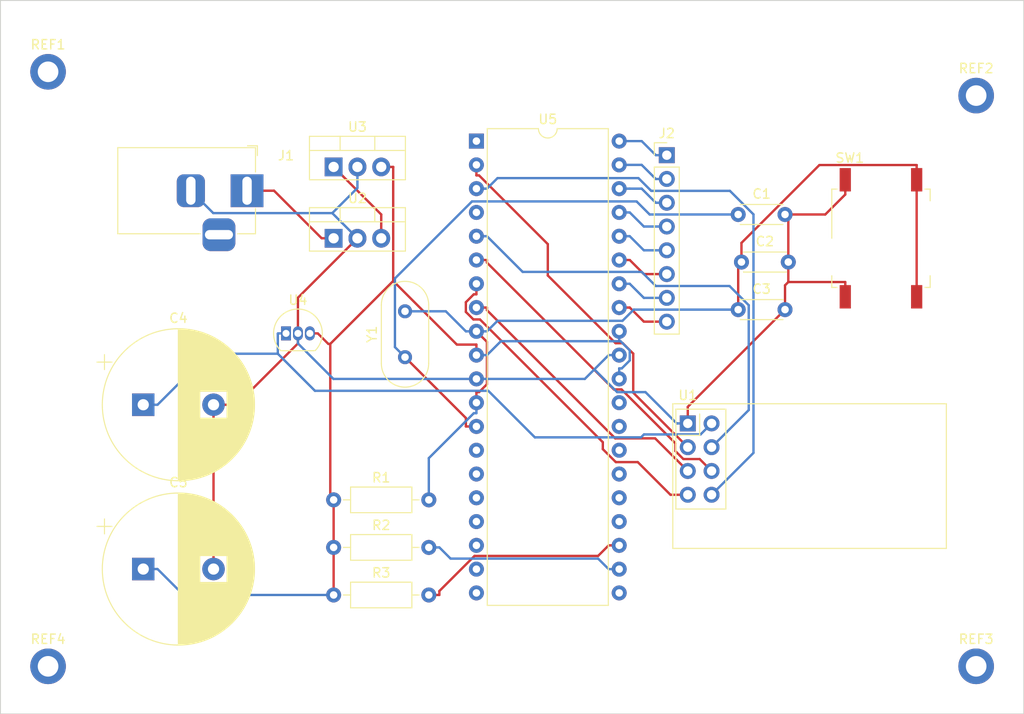
<source format=kicad_pcb>
(kicad_pcb (version 20211014) (generator pcbnew)
  (layers (0 "F.Cu" signal) (31 "B.Cu" signal) (34 "B.Paste" user) (35 "F.Paste" user) (36 "B.SilkS" user "B.Silkscreen") (37 "F.SilkS" user "F.Silkscreen") (38 "B.Mask" user) (39 "F.Mask" user) (44 "Edge.Cuts" user))
  (net 0 "")
  (net 1 "Net-(C1-Pad1)")
  (net 2 "/Atmega32/GND")
  (net 3 "Net-(C2-Pad1)")
  (net 4 "/Power Supply/3.3V")
  (net 5 "/Atmega32/5V")
  (net 6 "/Power Supply/12V")
  (net 7 "/Atmega32/A0")
  (net 8 "/Atmega32/A1")
  (net 9 "/Atmega32/A2")
  (net 10 "/Atmega32/A3")
  (net 11 "/Atmega32/A4")
  (net 12 "/Atmega32/A5")
  (net 13 "/Atmega32/A6")
  (net 14 "/Atmega32/A7")
  (net 15 "/Atmega32/SCL")
  (net 16 "/Atmega32/SDA")
  (net 17 "/Atmega32/CE")
  (net 18 "/Atmega32/CSN")
  (net 19 "/Atmega32/SCK")
  (net 20 "/Atmega32/MOSI")
  (net 21 "/Atmega32/MISO")
  (net 22 "/Atmega32/IRQ")
  (net 23 "Net-(U2-Pad3)")
  (net 24 "/Atmega32/B0")
  (net 25 "/Atmega32/B3")
  (net 26 "/Atmega32/Rx")
  (net 27 "/Atmega32/Tx")
  (net 30 "/Atmega32/D4")
  (net 31 "/Atmega32/D5")
  (net 32 "/Atmega32/D6")
  (net 35 "/Atmega32/C3")
  (net 36 "/Atmega32/C4")
  (net 37 "/Atmega32/C5")
  (net 38 "/Atmega32/C6")
  (net 39 "/Atmega32/C7")
  (footprint "Package_TO_SOT_THT:TO-220-3_Vertical" (layer "F.Cu") (at 114.3 63.5)
    (fp_text reference "U3" (at 2.54 -4.27) (layer "F.SilkS"))
    (fp_text value "L7805")
    (pad "1" thru_hole rect (at 0 0) (size 1.905 2) (drill 1.1) (layers *.Cu *.Mask) (net 23 "Net-(U2-Pad3)"))
    (pad "2" thru_hole oval (at 2.54 0) (size 1.905 2) (drill 1.1) (layers *.Cu *.Mask) (net 2 "/Atmega32/GND"))
    (pad "3" thru_hole oval (at 5.08 0) (size 1.905 2) (drill 1.1) (layers *.Cu *.Mask) (net 5 "/Atmega32/5V"))
  )
  (footprint "Button_Switch_SMD:SW_MEC_5GSH9" (layer "F.Cu") (at 172.72 71.12)
    (fp_text reference "SW1" (at -3.325 -8.575 180) (layer "F.SilkS"))
    (fp_text value "Reset Button")
    (pad "1" smd rect (at -3.81 -6.25 90) (size 2.5 1.2) (layers "F.Cu" "F.Paste" "F.Mask") (net 2 "/Atmega32/GND"))
    (pad "2" smd rect (at -3.81 6.25 90) (size 2.5 1.2) (layers "F.Cu" "F.Paste" "F.Mask") (net 2 "/Atmega32/GND"))
    (pad "3" smd rect (at 3.81 -6.25 90) (size 2.5 1.2) (layers "F.Cu" "F.Paste" "F.Mask") (net 3 "Net-(C2-Pad1)"))
    (pad "4" smd rect (at 3.81 6.25 90) (size 2.5 1.2) (layers "F.Cu" "F.Paste" "F.Mask") (net 3 "Net-(C2-Pad1)"))
  )
  (footprint "MountingHole:MountingHole_2.2mm_M2_ISO14580_Pad" (layer "F.Cu") (at 182.88 55.88)
    (fp_text reference "REF2" (at 0 -2.9) (layer "F.SilkS"))
    (fp_text value "M2")
    (pad "1" thru_hole circle (at 0 0) (size 3.8 3.8) (drill 2.2) (layers *.Cu *.Mask))
  )
  (footprint "Package_TO_SOT_THT:TO-92_Inline" (layer "F.Cu") (at 109.22 81.28)
    (fp_text reference "U4" (at 1.27 -3.56) (layer "F.SilkS"))
    (fp_text value "L78L33_TO92")
    (pad "1" thru_hole rect (at 0 0) (size 1.05 1.5) (drill 0.75) (layers *.Cu *.Mask) (net 4 "/Power Supply/3.3V"))
    (pad "2" thru_hole oval (at 1.27 0) (size 1.05 1.5) (drill 0.75) (layers *.Cu *.Mask) (net 2 "/Atmega32/GND"))
    (pad "3" thru_hole oval (at 2.54 0) (size 1.05 1.5) (drill 0.75) (layers *.Cu *.Mask) (net 5 "/Atmega32/5V"))
  )
  (footprint "MountingHole:MountingHole_2.2mm_M2_ISO14580_Pad" (layer "F.Cu") (at 182.88 116.84)
    (fp_text reference "REF3" (at 0 -2.9) (layer "F.SilkS"))
    (fp_text value "M3")
    (pad "1" thru_hole circle (at 0 0) (size 3.8 3.8) (drill 2.2) (layers *.Cu *.Mask))
  )
  (footprint "Capacitor_THT:C_Disc_D4.3mm_W1.9mm_P5.00mm" (layer "F.Cu") (at 157.48 78.74)
    (fp_text reference "C3" (at 2.5 -2.2) (layer "F.SilkS"))
    (fp_text value "10uF")
    (pad "1" thru_hole circle (at 0 0) (size 1.6 1.6) (drill 0.8) (layers *.Cu *.Mask) (net 3 "Net-(C2-Pad1)"))
    (pad "2" thru_hole circle (at 5 0) (size 1.6 1.6) (drill 0.8) (layers *.Cu *.Mask) (net 2 "/Atmega32/GND"))
  )
  (footprint "Capacitor_THT:C_Disc_D4.3mm_W1.9mm_P5.00mm" (layer "F.Cu") (at 157.48 68.58)
    (fp_text reference "C1" (at 2.5 -2.2) (layer "F.SilkS"))
    (fp_text value "22pF")
    (pad "1" thru_hole circle (at 0 0) (size 1.6 1.6) (drill 0.8) (layers *.Cu *.Mask) (net 1 "Net-(C1-Pad1)"))
    (pad "2" thru_hole circle (at 5 0) (size 1.6 1.6) (drill 0.8) (layers *.Cu *.Mask) (net 2 "/Atmega32/GND"))
  )
  (footprint "MountingHole:MountingHole_2.2mm_M2_ISO14580_Pad" (layer "F.Cu") (at 83.82 53.34)
    (fp_text reference "REF1" (at 0 -2.9) (layer "F.SilkS"))
    (fp_text value "M1")
    (pad "1" thru_hole circle (at 0 0) (size 3.8 3.8) (drill 2.2) (layers *.Cu *.Mask))
  )
  (footprint "Package_TO_SOT_THT:TO-220-3_Vertical" (layer "F.Cu") (at 114.3 71.12)
    (fp_text reference "U2" (at 2.54 -4.27) (layer "F.SilkS"))
    (fp_text value "L7809")
    (pad "1" thru_hole rect (at 0 0) (size 1.905 2) (drill 1.1) (layers *.Cu *.Mask) (net 6 "/Power Supply/12V"))
    (pad "2" thru_hole oval (at 2.54 0) (size 1.905 2) (drill 1.1) (layers *.Cu *.Mask) (net 2 "/Atmega32/GND"))
    (pad "3" thru_hole oval (at 5.08 0) (size 1.905 2) (drill 1.1) (layers *.Cu *.Mask) (net 23 "Net-(U2-Pad3)"))
  )
  (footprint "Capacitor_THT:CP_Radial_D16.0mm_P7.50mm" (layer "F.Cu") (at 93.98 88.9)
    (fp_text reference "C4" (at 3.75 -9.25) (layer "F.SilkS"))
    (fp_text value "470uF")
    (pad "1" thru_hole rect (at 0 0) (size 2.4 2.4) (drill 1.2) (layers *.Cu *.Mask) (net 4 "/Power Supply/3.3V"))
    (pad "2" thru_hole circle (at 7.5 0) (size 2.4 2.4) (drill 1.2) (layers *.Cu *.Mask) (net 2 "/Atmega32/GND"))
  )
  (footprint "MountingHole:MountingHole_2.2mm_M2_ISO14580_Pad" (layer "F.Cu") (at 83.82 116.84)
    (fp_text reference "REF4" (at 0 -2.9) (layer "F.SilkS"))
    (fp_text value "M4")
    (pad "1" thru_hole circle (at 0 0) (size 3.8 3.8) (drill 2.2) (layers *.Cu *.Mask))
  )
  (footprint "Resistor_THT:R_Axial_DIN0207_L6.3mm_D2.5mm_P10.16mm_Horizontal" (layer "F.Cu") (at 114.3 104.14)
    (fp_text reference "R2" (at 5.08 -2.37) (layer "F.SilkS"))
    (fp_text value "4.7k")
    (pad "1" thru_hole circle (at 0 0) (size 1.6 1.6) (drill 0.8) (layers *.Cu *.Mask) (net 5 "/Atmega32/5V"))
    (pad "2" thru_hole oval (at 10.16 0) (size 1.6 1.6) (drill 0.8) (layers *.Cu *.Mask) (net 15 "/Atmega32/SCL"))
  )
  (footprint "RF_Module:nRF24L01_Breakout" (layer "F.Cu") (at 152.1 90.895)
    (fp_text reference "U1" (at 0 -3) (layer "F.SilkS"))
    (fp_text value "NRF24L01")
    (pad "1" thru_hole rect (at 0 0) (size 1.7 1.7) (drill 1) (layers *.Cu *.Mask) (net 2 "/Atmega32/GND"))
    (pad "2" thru_hole circle (at 2.54 0) (size 1.7 1.7) (drill 1) (layers *.Cu *.Mask) (net 4 "/Power Supply/3.3V"))
    (pad "3" thru_hole circle (at 0 2.54) (size 1.7 1.7) (drill 1) (layers *.Cu *.Mask) (net 17 "/Atmega32/CE"))
    (pad "4" thru_hole circle (at 2.54 2.54) (size 1.7 1.7) (drill 1) (layers *.Cu *.Mask) (net 18 "/Atmega32/CSN"))
    (pad "5" thru_hole circle (at 0 5.08) (size 1.7 1.7) (drill 1) (layers *.Cu *.Mask) (net 19 "/Atmega32/SCK"))
    (pad "6" thru_hole circle (at 2.54 5.08) (size 1.7 1.7) (drill 1) (layers *.Cu *.Mask) (net 20 "/Atmega32/MOSI"))
    (pad "7" thru_hole circle (at 0 7.62) (size 1.7 1.7) (drill 1) (layers *.Cu *.Mask) (net 21 "/Atmega32/MISO"))
    (pad "8" thru_hole circle (at 2.54 7.62) (size 1.7 1.7) (drill 1) (layers *.Cu *.Mask) (net 22 "/Atmega32/IRQ"))
  )
  (footprint "Capacitor_THT:C_Disc_D4.3mm_W1.9mm_P5.00mm" (layer "F.Cu") (at 157.83 73.66)
    (fp_text reference "C2" (at 2.5 -2.2) (layer "F.SilkS"))
    (fp_text value "22pF")
    (pad "1" thru_hole circle (at 0 0) (size 1.6 1.6) (drill 0.8) (layers *.Cu *.Mask) (net 3 "Net-(C2-Pad1)"))
    (pad "2" thru_hole circle (at 5 0) (size 1.6 1.6) (drill 0.8) (layers *.Cu *.Mask) (net 2 "/Atmega32/GND"))
  )
  (footprint "Capacitor_THT:CP_Radial_D16.0mm_P7.50mm" (layer "F.Cu") (at 93.98 106.45)
    (fp_text reference "C5" (at 3.75 -9.25) (layer "F.SilkS"))
    (fp_text value "470uF")
    (pad "1" thru_hole rect (at 0 0) (size 2.4 2.4) (drill 1.2) (layers *.Cu *.Mask) (net 5 "/Atmega32/5V"))
    (pad "2" thru_hole circle (at 7.5 0) (size 2.4 2.4) (drill 1.2) (layers *.Cu *.Mask) (net 2 "/Atmega32/GND"))
  )
  (footprint "Resistor_THT:R_Axial_DIN0207_L6.3mm_D2.5mm_P10.16mm_Horizontal" (layer "F.Cu") (at 114.3 109.22)
    (fp_text reference "R3" (at 5.08 -2.37) (layer "F.SilkS"))
    (fp_text value "4.7k")
    (pad "1" thru_hole circle (at 0 0) (size 1.6 1.6) (drill 0.8) (layers *.Cu *.Mask) (net 5 "/Atmega32/5V"))
    (pad "2" thru_hole oval (at 10.16 0) (size 1.6 1.6) (drill 0.8) (layers *.Cu *.Mask) (net 16 "/Atmega32/SDA"))
  )
  (footprint "Resistor_THT:R_Axial_DIN0207_L6.3mm_D2.5mm_P10.16mm_Horizontal" (layer "F.Cu") (at 114.3 99.06)
    (fp_text reference "R1" (at 5.08 -2.37) (layer "F.SilkS"))
    (fp_text value "10k")
    (pad "1" thru_hole circle (at 0 0) (size 1.6 1.6) (drill 0.8) (layers *.Cu *.Mask) (net 5 "/Atmega32/5V"))
    (pad "2" thru_hole oval (at 10.16 0) (size 1.6 1.6) (drill 0.8) (layers *.Cu *.Mask) (net 3 "Net-(C2-Pad1)"))
  )
  (footprint "Connector_BarrelJack:BarrelJack_Horizontal" (layer "F.Cu") (at 105.06 66.04)
    (fp_text reference "J1" (at 4.16 -3.75) (layer "F.SilkS"))
    (fp_text value "Barrel_Jack")
    (pad "1" thru_hole rect (at 0 0) (size 3.5 3.5) (drill oval 1 3) (layers *.Cu *.Mask) (net 6 "/Power Supply/12V"))
    (pad "2" thru_hole roundrect (at -6 0) (size 3 3.5) (drill oval 1 3) (layers *.Cu *.Mask) (net 2 "/Atmega32/GND"))
    (pad "3" thru_hole roundrect (at -3 4.7) (size 3.5 3.5) (drill oval 3 1) (layers *.Cu *.Mask))
  )
  (footprint "Package_DIP:DIP-40_W15.24mm" (layer "F.Cu") (at 129.54 60.74)
    (fp_text reference "U5" (at 7.62 -2.33) (layer "F.SilkS"))
    (fp_text value "ATmega32-16P")
    (pad "1" thru_hole rect (at 0 0) (size 1.6 1.6) (drill 0.8) (layers *.Cu *.Mask) (net 24 "/Atmega32/B0"))
    (pad "2" thru_hole oval (at 0 2.54) (size 1.6 1.6) (drill 0.8) (layers *.Cu *.Mask) (net 17 "/Atmega32/CE"))
    (pad "3" thru_hole oval (at 0 5.08) (size 1.6 1.6) (drill 0.8) (layers *.Cu *.Mask) (net 22 "/Atmega32/IRQ"))
    (pad "4" thru_hole oval (at 0 7.62) (size 1.6 1.6) (drill 0.8) (layers *.Cu *.Mask) (net 25 "/Atmega32/B3"))
    (pad "5" thru_hole oval (at 0 10.16) (size 1.6 1.6) (drill 0.8) (layers *.Cu *.Mask) (net 18 "/Atmega32/CSN"))
    (pad "6" thru_hole oval (at 0 12.7) (size 1.6 1.6) (drill 0.8) (layers *.Cu *.Mask) (net 20 "/Atmega32/MOSI"))
    (pad "7" thru_hole oval (at 0 15.24) (size 1.6 1.6) (drill 0.8) (layers *.Cu *.Mask) (net 21 "/Atmega32/MISO"))
    (pad "8" thru_hole oval (at 0 17.78) (size 1.6 1.6) (drill 0.8) (layers *.Cu *.Mask) (net 19 "/Atmega32/SCK"))
    (pad "9" thru_hole oval (at 0 20.32) (size 1.6 1.6) (drill 0.8) (layers *.Cu *.Mask) (net 3 "Net-(C2-Pad1)"))
    (pad "10" thru_hole oval (at 0 22.86) (size 1.6 1.6) (drill 0.8) (layers *.Cu *.Mask) (net 5 "/Atmega32/5V"))
    (pad "11" thru_hole oval (at 0 25.4) (size 1.6 1.6) (drill 0.8) (layers *.Cu *.Mask) (net 2 "/Atmega32/GND"))
    (pad "12" thru_hole oval (at 0 27.94) (size 1.6 1.6) (drill 0.8) (layers *.Cu *.Mask) (net 3 "Net-(C2-Pad1)"))
    (pad "13" thru_hole oval (at 0 30.48) (size 1.6 1.6) (drill 0.8) (layers *.Cu *.Mask) (net 1 "Net-(C1-Pad1)"))
    (pad "14" thru_hole oval (at 0 33.02) (size 1.6 1.6) (drill 0.8) (layers *.Cu *.Mask) (net 26 "/Atmega32/Rx"))
    (pad "15" thru_hole oval (at 0 35.56) (size 1.6 1.6) (drill 0.8) (layers *.Cu *.Mask) (net 27 "/Atmega32/Tx"))
    (pad "16" thru_hole oval (at 0 38.1) (size 1.6 1.6) (drill 0.8) (layers *.Cu *.Mask))
    (pad "17" thru_hole oval (at 0 40.64) (size 1.6 1.6) (drill 0.8) (layers *.Cu *.Mask))
    (pad "18" thru_hole oval (at 0 43.18) (size 1.6 1.6) (drill 0.8) (layers *.Cu *.Mask) (net 30 "/Atmega32/D4"))
    (pad "19" thru_hole oval (at 0 45.72) (size 1.6 1.6) (drill 0.8) (layers *.Cu *.Mask) (net 31 "/Atmega32/D5"))
    (pad "20" thru_hole oval (at 0 48.26) (size 1.6 1.6) (drill 0.8) (layers *.Cu *.Mask) (net 32 "/Atmega32/D6"))
    (pad "21" thru_hole oval (at 15.24 48.26) (size 1.6 1.6) (drill 0.8) (layers *.Cu *.Mask))
    (pad "22" thru_hole oval (at 15.24 45.72) (size 1.6 1.6) (drill 0.8) (layers *.Cu *.Mask) (net 15 "/Atmega32/SCL"))
    (pad "23" thru_hole oval (at 15.24 43.18) (size 1.6 1.6) (drill 0.8) (layers *.Cu *.Mask) (net 16 "/Atmega32/SDA"))
    (pad "24" thru_hole oval (at 15.24 40.64) (size 1.6 1.6) (drill 0.8) (layers *.Cu *.Mask))
    (pad "25" thru_hole oval (at 15.24 38.1) (size 1.6 1.6) (drill 0.8) (layers *.Cu *.Mask) (net 35 "/Atmega32/C3"))
    (pad "26" thru_hole oval (at 15.24 35.56) (size 1.6 1.6) (drill 0.8) (layers *.Cu *.Mask) (net 36 "/Atmega32/C4"))
    (pad "27" thru_hole oval (at 15.24 33.02) (size 1.6 1.6) (drill 0.8) (layers *.Cu *.Mask) (net 37 "/Atmega32/C5"))
    (pad "28" thru_hole oval (at 15.24 30.48) (size 1.6 1.6) (drill 0.8) (layers *.Cu *.Mask) (net 38 "/Atmega32/C6"))
    (pad "29" thru_hole oval (at 15.24 27.94) (size 1.6 1.6) (drill 0.8) (layers *.Cu *.Mask) (net 39 "/Atmega32/C7"))
    (pad "30" thru_hole oval (at 15.24 25.4) (size 1.6 1.6) (drill 0.8) (layers *.Cu *.Mask) (net 5 "/Atmega32/5V"))
    (pad "31" thru_hole oval (at 15.24 22.86) (size 1.6 1.6) (drill 0.8) (layers *.Cu *.Mask) (net 2 "/Atmega32/GND"))
    (pad "32" thru_hole oval (at 15.24 20.32) (size 1.6 1.6) (drill 0.8) (layers *.Cu *.Mask) (net 5 "/Atmega32/5V"))
    (pad "33" thru_hole oval (at 15.24 17.78) (size 1.6 1.6) (drill 0.8) (layers *.Cu *.Mask) (net 14 "/Atmega32/A7"))
    (pad "34" thru_hole oval (at 15.24 15.24) (size 1.6 1.6) (drill 0.8) (layers *.Cu *.Mask) (net 13 "/Atmega32/A6"))
    (pad "35" thru_hole oval (at 15.24 12.7) (size 1.6 1.6) (drill 0.8) (layers *.Cu *.Mask) (net 12 "/Atmega32/A5"))
    (pad "36" thru_hole oval (at 15.24 10.16) (size 1.6 1.6) (drill 0.8) (layers *.Cu *.Mask) (net 11 "/Atmega32/A4"))
    (pad "37" thru_hole oval (at 15.24 7.62) (size 1.6 1.6) (drill 0.8) (layers *.Cu *.Mask) (net 10 "/Atmega32/A3"))
    (pad "38" thru_hole oval (at 15.24 5.08) (size 1.6 1.6) (drill 0.8) (layers *.Cu *.Mask) (net 9 "/Atmega32/A2"))
    (pad "39" thru_hole oval (at 15.24 2.54) (size 1.6 1.6) (drill 0.8) (layers *.Cu *.Mask) (net 8 "/Atmega32/A1"))
    (pad "40" thru_hole oval (at 15.24 0) (size 1.6 1.6) (drill 0.8) (layers *.Cu *.Mask) (net 7 "/Atmega32/A0"))
  )
  (footprint "Connector_PinHeader_2.54mm:PinHeader_1x08_P2.54mm_Vertical" (layer "F.Cu") (at 149.86 62.245)
    (fp_text reference "J2" (at 0 -2.33) (layer "F.SilkS"))
    (fp_text value "Keypad 4x4")
    (pad "1" thru_hole rect (at 0 0) (size 1.7 1.7) (drill 1) (layers *.Cu *.Mask) (net 7 "/Atmega32/A0"))
    (pad "2" thru_hole oval (at 0 2.54) (size 1.7 1.7) (drill 1) (layers *.Cu *.Mask) (net 8 "/Atmega32/A1"))
    (pad "3" thru_hole oval (at 0 5.08) (size 1.7 1.7) (drill 1) (layers *.Cu *.Mask) (net 9 "/Atmega32/A2"))
    (pad "4" thru_hole oval (at 0 7.62) (size 1.7 1.7) (drill 1) (layers *.Cu *.Mask) (net 10 "/Atmega32/A3"))
    (pad "5" thru_hole oval (at 0 10.16) (size 1.7 1.7) (drill 1) (layers *.Cu *.Mask) (net 11 "/Atmega32/A4"))
    (pad "6" thru_hole oval (at 0 12.7) (size 1.7 1.7) (drill 1) (layers *.Cu *.Mask) (net 12 "/Atmega32/A5"))
    (pad "7" thru_hole oval (at 0 15.24) (size 1.7 1.7) (drill 1) (layers *.Cu *.Mask) (net 13 "/Atmega32/A6"))
    (pad "8" thru_hole oval (at 0 17.78) (size 1.7 1.7) (drill 1) (layers *.Cu *.Mask) (net 14 "/Atmega32/A7"))
  )
  (footprint "Crystal:Crystal_HC18-U_Vertical" (layer "F.Cu") (at 121.92 83.82 90)
    (fp_text reference "Y1" (at 2.45 -3.525 90) (layer "F.SilkS"))
    (fp_text value "Crystal")
    (pad "1" thru_hole circle (at 0 0 90) (size 1.5 1.5) (drill 0.8) (layers *.Cu *.Mask) (net 1 "Net-(C1-Pad1)"))
    (pad "2" thru_hole circle (at 4.9 0 90) (size 1.5 1.5) (drill 0.8) (layers *.Cu *.Mask) (net 3 "Net-(C2-Pad1)"))
  )
  (gr_line (start 187.96 121.92) (end 78.74 121.92) (layer "Edge.Cuts") (width 0.1))
  (gr_line (start 187.96 45.72) (end 187.96 121.92) (layer "Edge.Cuts") (width 0.1))
  (gr_line (start 78.74 121.92) (end 78.74 45.72) (layer "Edge.Cuts") (width 0.1))
  (gr_line (start 78.74 45.72) (end 187.96 45.72) (layer "Edge.Cuts") (width 0.1))
  (segment (start 129.54 91.22) (end 128.4147 91.22) (width 0.25) (layer "F.Cu") (net 1))
  (segment (start 128.4147 90.3147) (end 128.4147 91.22) (width 0.25) (layer "F.Cu") (net 1))
  (segment (start 121.92 83.82) (end 128.4147 90.3147) (width 0.25) (layer "F.Cu") (net 1))
  (segment (start 120.8443 82.7443) (end 121.92 83.82) (width 0.25) (layer "B.Cu") (net 1))
  (segment (start 120.8443 75.408) (end 120.8443 82.7443) (width 0.25) (layer "B.Cu") (net 1))
  (segment (start 148.0285 68.58) (end 146.6316 67.1831) (width 0.25) (layer "B.Cu") (net 1))
  (segment (start 146.6316 67.1831) (end 129.0692 67.1831) (width 0.25) (layer "B.Cu") (net 1))
  (segment (start 129.0692 67.1831) (end 120.8443 75.408) (width 0.25) (layer "B.Cu") (net 1))
  (segment (start 157.48 68.58) (end 148.0285 68.58) (width 0.25) (layer "B.Cu") (net 1))
  (segment (start 103.9453 88.9) (end 110.49 82.3553) (width 0.25) (layer "F.Cu") (net 2))
  (segment (start 168.91 77.37) (end 168.91 75.7947) (width 0.25) (layer "F.Cu") (net 2))
  (segment (start 162.83 68.58) (end 162.83 73.66) (width 0.25) (layer "F.Cu") (net 2))
  (segment (start 101.48 88.9) (end 103.9453 88.9) (width 0.25) (layer "F.Cu") (net 2))
  (segment (start 162.83 75.7947) (end 162.48 76.1447) (width 0.25) (layer "F.Cu") (net 2))
  (segment (start 152.1 89.12) (end 152.1 90.895) (width 0.25) (layer "F.Cu") (net 2))
  (segment (start 116.84 71.12) (end 110.49 77.47) (width 0.25) (layer "F.Cu") (net 2))
  (segment (start 162.48 78.74) (end 152.1 89.12) (width 0.25) (layer "F.Cu") (net 2))
  (segment (start 168.91 75.7947) (end 162.83 75.7947) (width 0.25) (layer "F.Cu") (net 2))
  (segment (start 162.48 68.58) (end 162.83 68.58) (width 0.25) (layer "F.Cu") (net 2))
  (segment (start 162.83 73.66) (end 162.83 75.7947) (width 0.25) (layer "F.Cu") (net 2))
  (segment (start 110.49 81.28) (end 110.49 82.3553) (width 0.25) (layer "F.Cu") (net 2))
  (segment (start 110.49 77.47) (end 110.49 81.28) (width 0.25) (layer "F.Cu") (net 2))
  (segment (start 101.48 106.45) (end 101.48 88.9) (width 0.25) (layer "F.Cu") (net 2))
  (segment (start 166.7753 68.58) (end 168.91 66.4453) (width 0.25) (layer "F.Cu") (net 2))
  (segment (start 162.48 76.1447) (end 162.48 78.74) (width 0.25) (layer "F.Cu") (net 2))
  (segment (start 162.83 68.58) (end 166.7753 68.58) (width 0.25) (layer "F.Cu") (net 2))
  (segment (start 168.91 64.87) (end 168.91 66.4453) (width 0.25) (layer "F.Cu") (net 2))
  (segment (start 147.5843 87.5546) (end 144.5623 87.5546) (width 0.25) (layer "B.Cu") (net 2))
  (segment (start 110.49 81.28) (end 110.49 82.3553) (width 0.25) (layer "B.Cu") (net 2))
  (segment (start 152.1 90.895) (end 150.9247 90.895) (width 0.25) (layer "B.Cu") (net 2))
  (segment (start 114.154 68.434) (end 116.84 71.12) (width 0.25) (layer "B.Cu") (net 2))
  (segment (start 141.1147 86.14) (end 142.1312 85.1235) (width 0.25) (layer "B.Cu") (net 2))
  (segment (start 99.06 66.04) (end 101.454 68.434) (width 0.25) (layer "B.Cu") (net 2))
  (segment (start 101.454 68.434) (end 114.154 68.434) (width 0.25) (layer "B.Cu") (net 2))
  (segment (start 144.78 83.6) (end 143.6547 83.6) (width 0.25) (layer "B.Cu") (net 2))
  (segment (start 150.9247 90.895) (end 147.5843 87.5546) (width 0.25) (layer "B.Cu") (net 2))
  (segment (start 129.54 86.14) (end 141.1147 86.14) (width 0.25) (layer "B.Cu") (net 2))
  (segment (start 114.154 68.434) (end 116.84 65.748) (width 0.25) (layer "B.Cu") (net 2))
  (segment (start 110.49 82.3553) (end 114.2747 86.14) (width 0.25) (layer "B.Cu") (net 2))
  (segment (start 144.5623 87.5546) (end 142.1312 85.1235) (width 0.25) (layer "B.Cu") (net 2))
  (segment (start 116.84 65.748) (end 116.84 63.5) (width 0.25) (layer "B.Cu") (net 2))
  (segment (start 142.1312 85.1235) (end 143.6547 83.6) (width 0.25) (layer "B.Cu") (net 2))
  (segment (start 114.2747 86.14) (end 129.54 86.14) (width 0.25) (layer "B.Cu") (net 2))
  (segment (start 130.6653 86.7108) (end 129.8214 87.5547) (width 0.25) (layer "F.Cu") (net 3))
  (segment (start 176.53 64.87) (end 176.53 63.2947) (width 0.25) (layer "F.Cu") (net 3))
  (segment (start 129.8214 87.5547) (end 129.54 87.5547) (width 0.25) (layer "F.Cu") (net 3))
  (segment (start 129.54 88.68) (end 129.54 87.5547) (width 0.25) (layer "F.Cu") (net 3))
  (segment (start 157.83 73.66) (end 157.83 71.6147) (width 0.25) (layer "F.Cu") (net 3))
  (segment (start 157.83 71.6147) (end 166.15 63.2947) (width 0.25) (layer "F.Cu") (net 3))
  (segment (start 176.53 77.37) (end 176.53 64.87) (width 0.25) (layer "F.Cu") (net 3))
  (segment (start 157.48 74.01) (end 157.83 73.66) (width 0.25) (layer "F.Cu") (net 3))
  (segment (start 129.54 81.06) (end 130.6653 82.1853) (width 0.25) (layer "F.Cu") (net 3))
  (segment (start 166.15 63.2947) (end 176.53 63.2947) (width 0.25) (layer "F.Cu") (net 3))
  (segment (start 157.48 78.74) (end 157.48 74.01) (width 0.25) (layer "F.Cu") (net 3))
  (segment (start 130.6653 82.1853) (end 130.6653 86.7108) (width 0.25) (layer "F.Cu") (net 3))
  (segment (start 129.2587 89.8053) (end 124.46 94.604) (width 0.25) (layer "B.Cu") (net 3))
  (segment (start 129.54 89.8053) (end 129.2587 89.8053) (width 0.25) (layer "B.Cu") (net 3))
  (segment (start 157.48 78.74) (end 146.3278 78.74) (width 0.25) (layer "B.Cu") (net 3))
  (segment (start 128.9774 81.06) (end 128.4147 81.06) (width 0.25) (layer "B.Cu") (net 3))
  (segment (start 124.46 94.604) (end 124.46 99.06) (width 0.25) (layer "B.Cu") (net 3))
  (segment (start 128.4147 81.06) (end 126.2747 78.92) (width 0.25) (layer "B.Cu") (net 3))
  (segment (start 131.7906 79.9347) (end 130.6653 81.06) (width 0.25) (layer "B.Cu") (net 3))
  (segment (start 146.3278 78.74) (end 145.1331 79.9347) (width 0.25) (layer "B.Cu") (net 3))
  (segment (start 129.54 81.06) (end 130.6653 81.06) (width 0.25) (layer "B.Cu") (net 3))
  (segment (start 129.54 88.68) (end 129.54 89.8053) (width 0.25) (layer "B.Cu") (net 3))
  (segment (start 128.9774 81.06) (end 129.54 81.06) (width 0.25) (layer "B.Cu") (net 3))
  (segment (start 145.1331 79.9347) (end 131.7906 79.9347) (width 0.25) (layer "B.Cu") (net 3))
  (segment (start 126.2747 78.92) (end 121.92 78.92) (width 0.25) (layer "B.Cu") (net 3))
  (segment (start 154.64 90.895) (end 153.4646 92.0704) (width 0.25) (layer "B.Cu") (net 4))
  (segment (start 108.3424 81.3073) (end 108.3697 81.28) (width 0.25) (layer "B.Cu") (net 4))
  (segment (start 112.3027 87.41) (end 108.3424 83.4497) (width 0.25) (layer "B.Cu") (net 4))
  (segment (start 100.9556 83.4497) (end 108.3424 83.4497) (width 0.25) (layer "B.Cu") (net 4))
  (segment (start 109.22 81.28) (end 108.3697 81.28) (width 0.25) (layer "B.Cu") (net 4))
  (segment (start 153.4646 92.0704) (end 147.424 92.0704) (width 0.25) (layer "B.Cu") (net 4))
  (segment (start 130.8053 87.41) (end 112.3027 87.41) (width 0.25) (layer "B.Cu") (net 4))
  (segment (start 135.7804 92.3851) (end 130.8053 87.41) (width 0.25) (layer "B.Cu") (net 4))
  (segment (start 108.3424 83.4497) (end 108.3424 81.3073) (width 0.25) (layer "B.Cu") (net 4))
  (segment (start 95.5053 88.9) (end 100.9556 83.4497) (width 0.25) (layer "B.Cu") (net 4))
  (segment (start 147.424 92.0704) (end 147.1093 92.3851) (width 0.25) (layer "B.Cu") (net 4))
  (segment (start 93.98 88.9) (end 95.5053 88.9) (width 0.25) (layer "B.Cu") (net 4))
  (segment (start 147.1093 92.3851) (end 135.7804 92.3851) (width 0.25) (layer "B.Cu") (net 4))
  (segment (start 113.9427 82.3962) (end 120.6579 75.681) (width 0.25) (layer "F.Cu") (net 5))
  (segment (start 114.3 99.06) (end 113.9427 98.7027) (width 0.25) (layer "F.Cu") (net 5))
  (segment (start 120.6579 75.681) (end 127.4516 82.4747) (width 0.25) (layer "F.Cu") (net 5))
  (segment (start 114.3 99.06) (end 114.3 104.14) (width 0.25) (layer "F.Cu") (net 5))
  (segment (start 120.6579 75.681) (end 120.6579 63.5001) (width 0.25) (layer "F.Cu") (net 5))
  (segment (start 127.4516 82.4747) (end 129.54 82.4747) (width 0.25) (layer "F.Cu") (net 5))
  (segment (start 113.9427 98.7027) (end 113.9427 82.3962) (width 0.25) (layer "F.Cu") (net 5))
  (segment (start 113.7265 82.3962) (end 113.9427 82.3962) (width 0.25) (layer "F.Cu") (net 5))
  (segment (start 120.6579 63.5001) (end 120.6578 63.5) (width 0.25) (layer "F.Cu") (net 5))
  (segment (start 129.54 83.6) (end 129.54 82.4747) (width 0.25) (layer "F.Cu") (net 5))
  (segment (start 111.76 81.28) (end 112.6103 81.28) (width 0.25) (layer "F.Cu") (net 5))
  (segment (start 114.3 104.14) (end 114.3 109.22) (width 0.25) (layer "F.Cu") (net 5))
  (segment (start 112.6103 81.28) (end 113.7265 82.3962) (width 0.25) (layer "F.Cu") (net 5))
  (segment (start 119.38 63.5) (end 120.6578 63.5) (width 0.25) (layer "F.Cu") (net 5))
  (segment (start 145.0614 85.0147) (end 144.78 85.0147) (width 0.25) (layer "B.Cu") (net 5))
  (segment (start 144.78 81.06) (end 144.78 82.1145) (width 0.25) (layer "B.Cu") (net 5))
  (segment (start 144.78 86.14) (end 144.78 85.0147) (width 0.25) (layer "B.Cu") (net 5))
  (segment (start 144.78 82.1145) (end 144.9273 82.1145) (width 0.25) (layer "B.Cu") (net 5))
  (segment (start 132.1508 82.1145) (end 144.78 82.1145) (width 0.25) (layer "B.Cu") (net 5))
  (segment (start 129.54 83.6) (end 130.6653 83.6) (width 0.25) (layer "B.Cu") (net 5))
  (segment (start 130.6653 83.6) (end 132.1508 82.1145) (width 0.25) (layer "B.Cu") (net 5))
  (segment (start 145.9053 83.0925) (end 145.9053 84.1708) (width 0.25) (layer "B.Cu") (net 5))
  (segment (start 95.5053 106.45) (end 98.2753 109.22) (width 0.25) (layer "B.Cu") (net 5))
  (segment (start 98.2753 109.22) (end 114.3 109.22) (width 0.25) (layer "B.Cu") (net 5))
  (segment (start 144.9273 82.1145) (end 145.9053 83.0925) (width 0.25) (layer "B.Cu") (net 5))
  (segment (start 93.98 106.45) (end 95.5053 106.45) (width 0.25) (layer "B.Cu") (net 5))
  (segment (start 145.9053 84.1708) (end 145.0614 85.0147) (width 0.25) (layer "B.Cu") (net 5))
  (segment (start 105.06 66.04) (end 107.9422 66.04) (width 0.25) (layer "F.Cu") (net 6))
  (segment (start 107.9422 66.04) (end 113.0222 71.12) (width 0.25) (layer "F.Cu") (net 6))
  (segment (start 114.3 71.12) (end 113.0222 71.12) (width 0.25) (layer "F.Cu") (net 6))
  (segment (start 148.6847 62.245) (end 147.1797 60.74) (width 0.25) (layer "B.Cu") (net 7))
  (segment (start 149.86 62.245) (end 148.6847 62.245) (width 0.25) (layer "B.Cu") (net 7))
  (segment (start 147.1797 60.74) (end 144.78 60.74) (width 0.25) (layer "B.Cu") (net 7))
  (segment (start 148.6847 64.785) (end 147.1797 63.28) (width 0.25) (layer "B.Cu") (net 8))
  (segment (start 149.86 64.785) (end 148.6847 64.785) (width 0.25) (layer "B.Cu") (net 8))
  (segment (start 147.1797 63.28) (end 144.78 63.28) (width 0.25) (layer "B.Cu") (net 8))
  (segment (start 149.86 67.325) (end 148.6847 67.325) (width 0.25) (layer "B.Cu") (net 9))
  (segment (start 148.6847 67.325) (end 147.1797 65.82) (width 0.25) (layer "B.Cu") (net 9))
  (segment (start 147.1797 65.82) (end 145.9053 65.82) (width 0.25) (layer "B.Cu") (net 9))
  (segment (start 144.78 65.82) (end 145.9053 65.82) (width 0.25) (layer "B.Cu") (net 9))
  (segment (start 149.86 69.865) (end 147.4103 69.865) (width 0.25) (layer "B.Cu") (net 10))
  (segment (start 147.4103 69.865) (end 145.9053 68.36) (width 0.25) (layer "B.Cu") (net 10))
  (segment (start 144.78 68.36) (end 145.9053 68.36) (width 0.25) (layer "B.Cu") (net 10))
  (segment (start 144.78 70.9) (end 145.9053 70.9) (width 0.25) (layer "B.Cu") (net 11))
  (segment (start 147.4103 72.405) (end 145.9053 70.9) (width 0.25) (layer "B.Cu") (net 11))
  (segment (start 149.86 72.405) (end 147.4103 72.405) (width 0.25) (layer "B.Cu") (net 11))
  (segment (start 144.78 73.44) (end 145.9053 73.44) (width 0.25) (layer "F.Cu") (net 12))
  (segment (start 147.4103 74.945) (end 145.9053 73.44) (width 0.25) (layer "F.Cu") (net 12))
  (segment (start 149.86 74.945) (end 147.4103 74.945) (width 0.25) (layer "F.Cu") (net 12))
  (segment (start 147.4103 77.485) (end 145.9053 75.98) (width 0.25) (layer "B.Cu") (net 13))
  (segment (start 144.78 75.98) (end 145.9053 75.98) (width 0.25) (layer "B.Cu") (net 13))
  (segment (start 149.86 77.485) (end 147.4103 77.485) (width 0.25) (layer "B.Cu") (net 13))
  (segment (start 144.78 78.52) (end 145.9053 78.52) (width 0.25) (layer "F.Cu") (net 14))
  (segment (start 147.4103 80.025) (end 145.9053 78.52) (width 0.25) (layer "F.Cu") (net 14))
  (segment (start 149.86 80.025) (end 147.4103 80.025) (width 0.25) (layer "F.Cu") (net 14))
  (segment (start 125.5853 104.14) (end 126.78 105.3347) (width 0.25) (layer "B.Cu") (net 15))
  (segment (start 126.78 105.3347) (end 142.5294 105.3347) (width 0.25) (layer "B.Cu") (net 15))
  (segment (start 124.46 104.14) (end 125.5853 104.14) (width 0.25) (layer "B.Cu") (net 15))
  (segment (start 144.78 106.46) (end 143.6547 106.46) (width 0.25) (layer "B.Cu") (net 15))
  (segment (start 142.5294 105.3347) (end 143.6547 106.46) (width 0.25) (layer "B.Cu") (net 15))
  (segment (start 125.5853 108.798) (end 129.338 105.0453) (width 0.25) (layer "F.Cu") (net 16))
  (segment (start 125.5853 109.22) (end 125.5853 108.798) (width 0.25) (layer "F.Cu") (net 16))
  (segment (start 142.5294 105.0453) (end 143.6547 103.92) (width 0.25) (layer "F.Cu") (net 16))
  (segment (start 129.338 105.0453) (end 142.5294 105.0453) (width 0.25) (layer "F.Cu") (net 16))
  (segment (start 124.46 109.22) (end 125.5853 109.22) (width 0.25) (layer "F.Cu") (net 16))
  (segment (start 144.78 103.92) (end 143.6547 103.92) (width 0.25) (layer "F.Cu") (net 16))
  (segment (start 152.1 93.435) (end 146.2783 87.6133) (width 0.25) (layer "F.Cu") (net 17))
  (segment (start 146.2783 83.4416) (end 145.1667 82.33) (width 0.25) (layer "F.Cu") (net 17))
  (segment (start 144.395 82.33) (end 137.16 75.095) (width 0.25) (layer "F.Cu") (net 17))
  (segment (start 145.1667 82.33) (end 144.395 82.33) (width 0.25) (layer "F.Cu") (net 17))
  (segment (start 137.16 75.095) (end 137.16 71.744) (width 0.25) (layer "F.Cu") (net 17))
  (segment (start 146.2783 87.6133) (end 146.2783 83.4416) (width 0.25) (layer "F.Cu") (net 17))
  (segment (start 129.8213 64.4053) (end 129.54 64.4053) (width 0.25) (layer "F.Cu") (net 17))
  (segment (start 137.16 71.744) (end 129.8213 64.4053) (width 0.25) (layer "F.Cu") (net 17))
  (segment (start 129.54 63.28) (end 129.54 64.4053) (width 0.25) (layer "F.Cu") (net 17))
  (segment (start 156.5513 76.215) (end 148.6846 76.215) (width 0.25) (layer "B.Cu") (net 18))
  (segment (start 158.6061 89.4689) (end 158.6061 78.2698) (width 0.25) (layer "B.Cu") (net 18))
  (segment (start 134.4753 74.71) (end 130.6653 70.9) (width 0.25) (layer "B.Cu") (net 18))
  (segment (start 158.6061 78.2698) (end 156.5513 76.215) (width 0.25) (layer "B.Cu") (net 18))
  (segment (start 154.64 93.435) (end 158.6061 89.4689) (width 0.25) (layer "B.Cu") (net 18))
  (segment (start 148.6846 76.215) (end 147.1796 74.71) (width 0.25) (layer "B.Cu") (net 18))
  (segment (start 129.54 70.9) (end 130.6653 70.9) (width 0.25) (layer "B.Cu") (net 18))
  (segment (start 147.1796 74.71) (end 134.4753 74.71) (width 0.25) (layer "B.Cu") (net 18))
  (segment (start 129.54 78.52) (end 130.6653 78.52) (width 0.25) (layer "F.Cu") (net 19))
  (segment (start 130.6653 78.8013) (end 130.6653 78.52) (width 0.25) (layer "F.Cu") (net 19))
  (segment (start 148.615 92.49) (end 144.354 92.49) (width 0.25) (layer "F.Cu") (net 19))
  (segment (start 152.1 95.975) (end 148.615 92.49) (width 0.25) (layer "F.Cu") (net 19))
  (segment (start 144.354 92.49) (end 130.6653 78.8013) (width 0.25) (layer "F.Cu") (net 19))
  (segment (start 145.0289 87.2653) (end 144.2093 87.2653) (width 0.25) (layer "F.Cu") (net 20))
  (segment (start 150.7822 93.8568) (end 150.7822 93.0186) (width 0.25) (layer "F.Cu") (net 20))
  (segment (start 129.54 73.44) (end 130.6653 73.44) (width 0.25) (layer "F.Cu") (net 20))
  (segment (start 150.7822 93.0186) (end 145.0289 87.2653) (width 0.25) (layer "F.Cu") (net 20))
  (segment (start 151.6304 94.705) (end 150.7822 93.8568) (width 0.25) (layer "F.Cu") (net 20))
  (segment (start 154.64 95.975) (end 153.37 94.705) (width 0.25) (layer "F.Cu") (net 20))
  (segment (start 153.37 94.705) (end 151.6304 94.705) (width 0.25) (layer "F.Cu") (net 20))
  (segment (start 144.2093 87.2653) (end 130.6653 73.7213) (width 0.25) (layer "F.Cu") (net 20))
  (segment (start 130.6653 73.7213) (end 130.6653 73.44) (width 0.25) (layer "F.Cu") (net 20))
  (segment (start 129.2182 79.79) (end 128.4147 78.9865) (width 0.25) (layer "F.Cu") (net 21))
  (segment (start 128.4147 77.9492) (end 129.2586 77.1053) (width 0.25) (layer "F.Cu") (net 21))
  (segment (start 144.4204 95.03) (end 143.0327 93.6423) (width 0.25) (layer "F.Cu") (net 21))
  (segment (start 150.2502 98.515) (end 146.7652 95.03) (width 0.25) (layer "F.Cu") (net 21))
  (segment (start 128.4147 78.9865) (end 128.4147 77.9492) (width 0.25) (layer "F.Cu") (net 21))
  (segment (start 129.92 79.79) (end 129.2182 79.79) (width 0.25) (layer "F.Cu") (net 21))
  (segment (start 152.1 98.515) (end 150.2502 98.515) (width 0.25) (layer "F.Cu") (net 21))
  (segment (start 143.0327 92.9027) (end 129.92 79.79) (width 0.25) (layer "F.Cu") (net 21))
  (segment (start 129.2586 77.1053) (end 129.54 77.1053) (width 0.25) (layer "F.Cu") (net 21))
  (segment (start 143.0327 93.6423) (end 143.0327 92.9027) (width 0.25) (layer "F.Cu") (net 21))
  (segment (start 146.7652 95.03) (end 144.4204 95.03) (width 0.25) (layer "F.Cu") (net 21))
  (segment (start 129.54 75.98) (end 129.54 77.1053) (width 0.25) (layer "F.Cu") (net 21))
  (segment (start 154.64 98.515) (end 159.1125 94.0425) (width 0.25) (layer "B.Cu") (net 22))
  (segment (start 131.7906 64.6947) (end 130.6653 65.82) (width 0.25) (layer "B.Cu") (net 22))
  (segment (start 148.1937 66.055) (end 146.8334 64.6947) (width 0.25) (layer "B.Cu") (net 22))
  (segment (start 159.1125 68.57) (end 156.5975 66.055) (width 0.25) (layer "B.Cu") (net 22))
  (segment (start 146.8334 64.6947) (end 131.7906 64.6947) (width 0.25) (layer "B.Cu") (net 22))
  (segment (start 156.5975 66.055) (end 148.1937 66.055) (width 0.25) (layer "B.Cu") (net 22))
  (segment (start 129.54 65.82) (end 130.6653 65.82) (width 0.25) (layer "B.Cu") (net 22))
  (segment (start 159.1125 94.0425) (end 159.1125 68.57) (width 0.25) (layer "B.Cu") (net 22))
  (segment (start 119.38 71.12) (end 119.38 68.58) (width 0.25) (layer "F.Cu") (net 23))
  (segment (start 119.38 68.58) (end 114.3 63.5) (width 0.25) (layer "F.Cu") (net 23))
)
</source>
